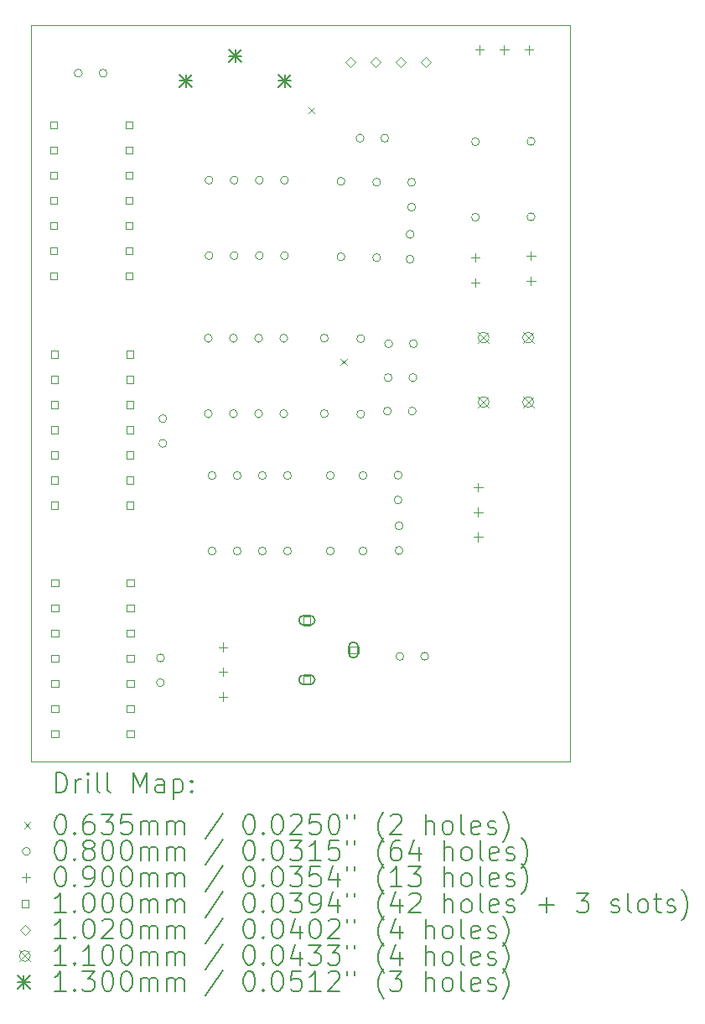
<source format=gbr>
%TF.GenerationSoftware,KiCad,Pcbnew,(6.0.9)*%
%TF.CreationDate,2022-12-19T18:13:20-06:00*%
%TF.ProjectId,clock_module,636c6f63-6b5f-46d6-9f64-756c652e6b69,rev?*%
%TF.SameCoordinates,Original*%
%TF.FileFunction,Drillmap*%
%TF.FilePolarity,Positive*%
%FSLAX45Y45*%
G04 Gerber Fmt 4.5, Leading zero omitted, Abs format (unit mm)*
G04 Created by KiCad (PCBNEW (6.0.9)) date 2022-12-19 18:13:20*
%MOMM*%
%LPD*%
G01*
G04 APERTURE LIST*
%ADD10C,0.100000*%
%ADD11C,0.200000*%
%ADD12C,0.063500*%
%ADD13C,0.080000*%
%ADD14C,0.090000*%
%ADD15C,0.102000*%
%ADD16C,0.110000*%
%ADD17C,0.130000*%
G04 APERTURE END LIST*
D10*
X17843500Y-14051280D02*
X12397740Y-14051280D01*
X12397740Y-14051280D02*
X12397740Y-6616700D01*
X12397740Y-6616700D02*
X17843500Y-6616700D01*
X17843500Y-6616700D02*
X17843500Y-14051280D01*
D11*
D12*
X15200630Y-7448550D02*
X15264130Y-7512050D01*
X15264130Y-7448550D02*
X15200630Y-7512050D01*
X15525750Y-9988550D02*
X15589250Y-10052050D01*
X15589250Y-9988550D02*
X15525750Y-10052050D01*
D13*
X12917260Y-7104380D02*
G75*
G03*
X12917260Y-7104380I-40000J0D01*
G01*
X13167260Y-7104380D02*
G75*
G03*
X13167260Y-7104380I-40000J0D01*
G01*
X13747249Y-13007209D02*
G75*
G03*
X13747249Y-13007209I-40000J0D01*
G01*
X13747249Y-13257209D02*
G75*
G03*
X13747249Y-13257209I-40000J0D01*
G01*
X13771240Y-10591260D02*
G75*
G03*
X13771240Y-10591260I-40000J0D01*
G01*
X13771240Y-10841260D02*
G75*
G03*
X13771240Y-10841260I-40000J0D01*
G01*
X14229980Y-9780000D02*
G75*
G03*
X14229980Y-9780000I-40000J0D01*
G01*
X14229980Y-10542000D02*
G75*
G03*
X14229980Y-10542000I-40000J0D01*
G01*
X14237600Y-8184880D02*
G75*
G03*
X14237600Y-8184880I-40000J0D01*
G01*
X14237600Y-8946880D02*
G75*
G03*
X14237600Y-8946880I-40000J0D01*
G01*
X14268080Y-11166840D02*
G75*
G03*
X14268080Y-11166840I-40000J0D01*
G01*
X14268080Y-11928840D02*
G75*
G03*
X14268080Y-11928840I-40000J0D01*
G01*
X14483980Y-9780000D02*
G75*
G03*
X14483980Y-9780000I-40000J0D01*
G01*
X14483980Y-10542000D02*
G75*
G03*
X14483980Y-10542000I-40000J0D01*
G01*
X14491600Y-8184880D02*
G75*
G03*
X14491600Y-8184880I-40000J0D01*
G01*
X14491600Y-8946880D02*
G75*
G03*
X14491600Y-8946880I-40000J0D01*
G01*
X14522080Y-11166840D02*
G75*
G03*
X14522080Y-11166840I-40000J0D01*
G01*
X14522080Y-11928840D02*
G75*
G03*
X14522080Y-11928840I-40000J0D01*
G01*
X14737980Y-9780000D02*
G75*
G03*
X14737980Y-9780000I-40000J0D01*
G01*
X14737980Y-10542000D02*
G75*
G03*
X14737980Y-10542000I-40000J0D01*
G01*
X14745600Y-8184880D02*
G75*
G03*
X14745600Y-8184880I-40000J0D01*
G01*
X14745600Y-8946880D02*
G75*
G03*
X14745600Y-8946880I-40000J0D01*
G01*
X14776080Y-11166840D02*
G75*
G03*
X14776080Y-11166840I-40000J0D01*
G01*
X14776080Y-11928840D02*
G75*
G03*
X14776080Y-11928840I-40000J0D01*
G01*
X14991980Y-9780000D02*
G75*
G03*
X14991980Y-9780000I-40000J0D01*
G01*
X14991980Y-10542000D02*
G75*
G03*
X14991980Y-10542000I-40000J0D01*
G01*
X14999600Y-8184880D02*
G75*
G03*
X14999600Y-8184880I-40000J0D01*
G01*
X14999600Y-8946880D02*
G75*
G03*
X14999600Y-8946880I-40000J0D01*
G01*
X15030080Y-11166840D02*
G75*
G03*
X15030080Y-11166840I-40000J0D01*
G01*
X15030080Y-11928840D02*
G75*
G03*
X15030080Y-11928840I-40000J0D01*
G01*
X15401920Y-9779000D02*
G75*
G03*
X15401920Y-9779000I-40000J0D01*
G01*
X15401920Y-10541000D02*
G75*
G03*
X15401920Y-10541000I-40000J0D01*
G01*
X15462880Y-11165840D02*
G75*
G03*
X15462880Y-11165840I-40000J0D01*
G01*
X15462880Y-11927840D02*
G75*
G03*
X15462880Y-11927840I-40000J0D01*
G01*
X15569560Y-8196580D02*
G75*
G03*
X15569560Y-8196580I-40000J0D01*
G01*
X15569560Y-8958580D02*
G75*
G03*
X15569560Y-8958580I-40000J0D01*
G01*
X15762600Y-7759700D02*
G75*
G03*
X15762600Y-7759700I-40000J0D01*
G01*
X15770220Y-9784080D02*
G75*
G03*
X15770220Y-9784080I-40000J0D01*
G01*
X15770220Y-10546080D02*
G75*
G03*
X15770220Y-10546080I-40000J0D01*
G01*
X15793080Y-11165840D02*
G75*
G03*
X15793080Y-11165840I-40000J0D01*
G01*
X15793080Y-11927840D02*
G75*
G03*
X15793080Y-11927840I-40000J0D01*
G01*
X15930240Y-8204200D02*
G75*
G03*
X15930240Y-8204200I-40000J0D01*
G01*
X15930240Y-8966200D02*
G75*
G03*
X15930240Y-8966200I-40000J0D01*
G01*
X16012600Y-7759700D02*
G75*
G03*
X16012600Y-7759700I-40000J0D01*
G01*
X16038920Y-10515600D02*
G75*
G03*
X16038920Y-10515600I-40000J0D01*
G01*
X16046540Y-10177780D02*
G75*
G03*
X16046540Y-10177780I-40000J0D01*
G01*
X16051620Y-9834880D02*
G75*
G03*
X16051620Y-9834880I-40000J0D01*
G01*
X16146140Y-11162760D02*
G75*
G03*
X16146140Y-11162760I-40000J0D01*
G01*
X16146140Y-11412760D02*
G75*
G03*
X16146140Y-11412760I-40000J0D01*
G01*
X16156300Y-11673300D02*
G75*
G03*
X16156300Y-11673300I-40000J0D01*
G01*
X16156300Y-11923300D02*
G75*
G03*
X16156300Y-11923300I-40000J0D01*
G01*
X16165380Y-12990969D02*
G75*
G03*
X16165380Y-12990969I-40000J0D01*
G01*
X16268060Y-8731440D02*
G75*
G03*
X16268060Y-8731440I-40000J0D01*
G01*
X16268060Y-8981440D02*
G75*
G03*
X16268060Y-8981440I-40000J0D01*
G01*
X16283300Y-8206200D02*
G75*
G03*
X16283300Y-8206200I-40000J0D01*
G01*
X16283300Y-8456200D02*
G75*
G03*
X16283300Y-8456200I-40000J0D01*
G01*
X16288920Y-10515600D02*
G75*
G03*
X16288920Y-10515600I-40000J0D01*
G01*
X16296540Y-10177780D02*
G75*
G03*
X16296540Y-10177780I-40000J0D01*
G01*
X16301620Y-9834880D02*
G75*
G03*
X16301620Y-9834880I-40000J0D01*
G01*
X16415380Y-12990969D02*
G75*
G03*
X16415380Y-12990969I-40000J0D01*
G01*
X16928460Y-7795260D02*
G75*
G03*
X16928460Y-7795260I-40000J0D01*
G01*
X16928460Y-8557260D02*
G75*
G03*
X16928460Y-8557260I-40000J0D01*
G01*
X17489800Y-7792720D02*
G75*
G03*
X17489800Y-7792720I-40000J0D01*
G01*
X17489800Y-8554720D02*
G75*
G03*
X17489800Y-8554720I-40000J0D01*
G01*
D14*
X14339709Y-12852749D02*
X14339709Y-12942749D01*
X14294709Y-12897749D02*
X14384709Y-12897749D01*
X14339709Y-13102749D02*
X14339709Y-13192749D01*
X14294709Y-13147749D02*
X14384709Y-13147749D01*
X14339709Y-13352749D02*
X14339709Y-13442749D01*
X14294709Y-13397749D02*
X14384709Y-13397749D01*
X16888460Y-8919160D02*
X16888460Y-9009160D01*
X16843460Y-8964160D02*
X16933460Y-8964160D01*
X16888460Y-9173160D02*
X16888460Y-9263160D01*
X16843460Y-9218160D02*
X16933460Y-9218160D01*
X16916400Y-11240600D02*
X16916400Y-11330600D01*
X16871400Y-11285600D02*
X16961400Y-11285600D01*
X16916400Y-11490600D02*
X16916400Y-11580600D01*
X16871400Y-11535600D02*
X16961400Y-11535600D01*
X16916400Y-11740600D02*
X16916400Y-11830600D01*
X16871400Y-11785600D02*
X16961400Y-11785600D01*
X16929100Y-6823160D02*
X16929100Y-6913160D01*
X16884100Y-6868160D02*
X16974100Y-6868160D01*
X17179100Y-6823160D02*
X17179100Y-6913160D01*
X17134100Y-6868160D02*
X17224100Y-6868160D01*
X17429100Y-6823160D02*
X17429100Y-6913160D01*
X17384100Y-6868160D02*
X17474100Y-6868160D01*
X17449800Y-8903920D02*
X17449800Y-8993920D01*
X17404800Y-8948920D02*
X17494800Y-8948920D01*
X17449800Y-9157920D02*
X17449800Y-9247920D01*
X17404800Y-9202920D02*
X17494800Y-9202920D01*
D10*
X12663176Y-7664436D02*
X12663176Y-7593724D01*
X12592464Y-7593724D01*
X12592464Y-7664436D01*
X12663176Y-7664436D01*
X12663176Y-7918436D02*
X12663176Y-7847724D01*
X12592464Y-7847724D01*
X12592464Y-7918436D01*
X12663176Y-7918436D01*
X12663176Y-8172436D02*
X12663176Y-8101724D01*
X12592464Y-8101724D01*
X12592464Y-8172436D01*
X12663176Y-8172436D01*
X12663176Y-8426436D02*
X12663176Y-8355724D01*
X12592464Y-8355724D01*
X12592464Y-8426436D01*
X12663176Y-8426436D01*
X12663176Y-8680436D02*
X12663176Y-8609724D01*
X12592464Y-8609724D01*
X12592464Y-8680436D01*
X12663176Y-8680436D01*
X12663176Y-8934436D02*
X12663176Y-8863724D01*
X12592464Y-8863724D01*
X12592464Y-8934436D01*
X12663176Y-8934436D01*
X12663176Y-9188436D02*
X12663176Y-9117724D01*
X12592464Y-9117724D01*
X12592464Y-9188436D01*
X12663176Y-9188436D01*
X12674396Y-9977376D02*
X12674396Y-9906664D01*
X12603684Y-9906664D01*
X12603684Y-9977376D01*
X12674396Y-9977376D01*
X12674396Y-10231376D02*
X12674396Y-10160664D01*
X12603684Y-10160664D01*
X12603684Y-10231376D01*
X12674396Y-10231376D01*
X12674396Y-10485376D02*
X12674396Y-10414664D01*
X12603684Y-10414664D01*
X12603684Y-10485376D01*
X12674396Y-10485376D01*
X12674396Y-10739376D02*
X12674396Y-10668664D01*
X12603684Y-10668664D01*
X12603684Y-10739376D01*
X12674396Y-10739376D01*
X12674396Y-10993376D02*
X12674396Y-10922664D01*
X12603684Y-10922664D01*
X12603684Y-10993376D01*
X12674396Y-10993376D01*
X12674396Y-11247376D02*
X12674396Y-11176664D01*
X12603684Y-11176664D01*
X12603684Y-11247376D01*
X12674396Y-11247376D01*
X12674396Y-11501376D02*
X12674396Y-11430664D01*
X12603684Y-11430664D01*
X12603684Y-11501376D01*
X12674396Y-11501376D01*
X12675804Y-12286724D02*
X12675804Y-12216013D01*
X12605093Y-12216013D01*
X12605093Y-12286724D01*
X12675804Y-12286724D01*
X12675804Y-12540724D02*
X12675804Y-12470013D01*
X12605093Y-12470013D01*
X12605093Y-12540724D01*
X12675804Y-12540724D01*
X12675804Y-12794724D02*
X12675804Y-12724013D01*
X12605093Y-12724013D01*
X12605093Y-12794724D01*
X12675804Y-12794724D01*
X12675804Y-13048724D02*
X12675804Y-12978013D01*
X12605093Y-12978013D01*
X12605093Y-13048724D01*
X12675804Y-13048724D01*
X12675804Y-13302724D02*
X12675804Y-13232013D01*
X12605093Y-13232013D01*
X12605093Y-13302724D01*
X12675804Y-13302724D01*
X12675804Y-13556724D02*
X12675804Y-13486013D01*
X12605093Y-13486013D01*
X12605093Y-13556724D01*
X12675804Y-13556724D01*
X12675804Y-13810724D02*
X12675804Y-13740013D01*
X12605093Y-13740013D01*
X12605093Y-13810724D01*
X12675804Y-13810724D01*
X13425176Y-7664436D02*
X13425176Y-7593724D01*
X13354464Y-7593724D01*
X13354464Y-7664436D01*
X13425176Y-7664436D01*
X13425176Y-7918436D02*
X13425176Y-7847724D01*
X13354464Y-7847724D01*
X13354464Y-7918436D01*
X13425176Y-7918436D01*
X13425176Y-8172436D02*
X13425176Y-8101724D01*
X13354464Y-8101724D01*
X13354464Y-8172436D01*
X13425176Y-8172436D01*
X13425176Y-8426436D02*
X13425176Y-8355724D01*
X13354464Y-8355724D01*
X13354464Y-8426436D01*
X13425176Y-8426436D01*
X13425176Y-8680436D02*
X13425176Y-8609724D01*
X13354464Y-8609724D01*
X13354464Y-8680436D01*
X13425176Y-8680436D01*
X13425176Y-8934436D02*
X13425176Y-8863724D01*
X13354464Y-8863724D01*
X13354464Y-8934436D01*
X13425176Y-8934436D01*
X13425176Y-9188436D02*
X13425176Y-9117724D01*
X13354464Y-9117724D01*
X13354464Y-9188436D01*
X13425176Y-9188436D01*
X13436396Y-9977376D02*
X13436396Y-9906664D01*
X13365684Y-9906664D01*
X13365684Y-9977376D01*
X13436396Y-9977376D01*
X13436396Y-10231376D02*
X13436396Y-10160664D01*
X13365684Y-10160664D01*
X13365684Y-10231376D01*
X13436396Y-10231376D01*
X13436396Y-10485376D02*
X13436396Y-10414664D01*
X13365684Y-10414664D01*
X13365684Y-10485376D01*
X13436396Y-10485376D01*
X13436396Y-10739376D02*
X13436396Y-10668664D01*
X13365684Y-10668664D01*
X13365684Y-10739376D01*
X13436396Y-10739376D01*
X13436396Y-10993376D02*
X13436396Y-10922664D01*
X13365684Y-10922664D01*
X13365684Y-10993376D01*
X13436396Y-10993376D01*
X13436396Y-11247376D02*
X13436396Y-11176664D01*
X13365684Y-11176664D01*
X13365684Y-11247376D01*
X13436396Y-11247376D01*
X13436396Y-11501376D02*
X13436396Y-11430664D01*
X13365684Y-11430664D01*
X13365684Y-11501376D01*
X13436396Y-11501376D01*
X13437804Y-12286724D02*
X13437804Y-12216013D01*
X13367093Y-12216013D01*
X13367093Y-12286724D01*
X13437804Y-12286724D01*
X13437804Y-12540724D02*
X13437804Y-12470013D01*
X13367093Y-12470013D01*
X13367093Y-12540724D01*
X13437804Y-12540724D01*
X13437804Y-12794724D02*
X13437804Y-12724013D01*
X13367093Y-12724013D01*
X13367093Y-12794724D01*
X13437804Y-12794724D01*
X13437804Y-13048724D02*
X13437804Y-12978013D01*
X13367093Y-12978013D01*
X13367093Y-13048724D01*
X13437804Y-13048724D01*
X13437804Y-13302724D02*
X13437804Y-13232013D01*
X13367093Y-13232013D01*
X13367093Y-13302724D01*
X13437804Y-13302724D01*
X13437804Y-13556724D02*
X13437804Y-13486013D01*
X13367093Y-13486013D01*
X13367093Y-13556724D01*
X13437804Y-13556724D01*
X13437804Y-13810724D02*
X13437804Y-13740013D01*
X13367093Y-13740013D01*
X13367093Y-13810724D01*
X13437804Y-13810724D01*
X15221764Y-12663104D02*
X15221764Y-12592393D01*
X15151053Y-12592393D01*
X15151053Y-12663104D01*
X15221764Y-12663104D01*
D11*
X15216409Y-12577749D02*
X15156409Y-12577749D01*
X15216409Y-12677749D02*
X15156409Y-12677749D01*
X15156409Y-12577749D02*
G75*
G03*
X15156409Y-12677749I0J-50000D01*
G01*
X15216409Y-12677749D02*
G75*
G03*
X15216409Y-12577749I0J50000D01*
G01*
D10*
X15221764Y-13263104D02*
X15221764Y-13192393D01*
X15151053Y-13192393D01*
X15151053Y-13263104D01*
X15221764Y-13263104D01*
D11*
X15216409Y-13177749D02*
X15156409Y-13177749D01*
X15216409Y-13277749D02*
X15156409Y-13277749D01*
X15156409Y-13177749D02*
G75*
G03*
X15156409Y-13277749I0J-50000D01*
G01*
X15216409Y-13277749D02*
G75*
G03*
X15216409Y-13177749I0J50000D01*
G01*
D10*
X15691764Y-12963104D02*
X15691764Y-12892393D01*
X15621053Y-12892393D01*
X15621053Y-12963104D01*
X15691764Y-12963104D01*
D11*
X15706409Y-12957749D02*
X15706409Y-12897749D01*
X15606409Y-12957749D02*
X15606409Y-12897749D01*
X15706409Y-12897749D02*
G75*
G03*
X15606409Y-12897749I-50000J0D01*
G01*
X15606409Y-12957749D02*
G75*
G03*
X15706409Y-12957749I50000J0D01*
G01*
D15*
X15623040Y-7041080D02*
X15674040Y-6990080D01*
X15623040Y-6939080D01*
X15572040Y-6990080D01*
X15623040Y-7041080D01*
X15877040Y-7041080D02*
X15928040Y-6990080D01*
X15877040Y-6939080D01*
X15826040Y-6990080D01*
X15877040Y-7041080D01*
X16131040Y-7041080D02*
X16182040Y-6990080D01*
X16131040Y-6939080D01*
X16080040Y-6990080D01*
X16131040Y-7041080D01*
X16385040Y-7041080D02*
X16436040Y-6990080D01*
X16385040Y-6939080D01*
X16334040Y-6990080D01*
X16385040Y-7041080D01*
D16*
X16915800Y-9719040D02*
X17025800Y-9829040D01*
X17025800Y-9719040D02*
X16915800Y-9829040D01*
X17025800Y-9774040D02*
G75*
G03*
X17025800Y-9774040I-55000J0D01*
G01*
X16915800Y-10369040D02*
X17025800Y-10479040D01*
X17025800Y-10369040D02*
X16915800Y-10479040D01*
X17025800Y-10424040D02*
G75*
G03*
X17025800Y-10424040I-55000J0D01*
G01*
X17365800Y-9719040D02*
X17475800Y-9829040D01*
X17475800Y-9719040D02*
X17365800Y-9829040D01*
X17475800Y-9774040D02*
G75*
G03*
X17475800Y-9774040I-55000J0D01*
G01*
X17365800Y-10369040D02*
X17475800Y-10479040D01*
X17475800Y-10369040D02*
X17365800Y-10479040D01*
X17475800Y-10424040D02*
G75*
G03*
X17475800Y-10424040I-55000J0D01*
G01*
D17*
X13897760Y-7115080D02*
X14027760Y-7245080D01*
X14027760Y-7115080D02*
X13897760Y-7245080D01*
X13962760Y-7115080D02*
X13962760Y-7245080D01*
X13897760Y-7180080D02*
X14027760Y-7180080D01*
X14397760Y-6865080D02*
X14527760Y-6995080D01*
X14527760Y-6865080D02*
X14397760Y-6995080D01*
X14462760Y-6865080D02*
X14462760Y-6995080D01*
X14397760Y-6930080D02*
X14527760Y-6930080D01*
X14897760Y-7115080D02*
X15027760Y-7245080D01*
X15027760Y-7115080D02*
X14897760Y-7245080D01*
X14962760Y-7115080D02*
X14962760Y-7245080D01*
X14897760Y-7180080D02*
X15027760Y-7180080D01*
D11*
X12650359Y-14366756D02*
X12650359Y-14166756D01*
X12697978Y-14166756D01*
X12726549Y-14176280D01*
X12745597Y-14195328D01*
X12755121Y-14214375D01*
X12764645Y-14252470D01*
X12764645Y-14281042D01*
X12755121Y-14319137D01*
X12745597Y-14338185D01*
X12726549Y-14357232D01*
X12697978Y-14366756D01*
X12650359Y-14366756D01*
X12850359Y-14366756D02*
X12850359Y-14233423D01*
X12850359Y-14271518D02*
X12859883Y-14252470D01*
X12869407Y-14242947D01*
X12888454Y-14233423D01*
X12907502Y-14233423D01*
X12974168Y-14366756D02*
X12974168Y-14233423D01*
X12974168Y-14166756D02*
X12964645Y-14176280D01*
X12974168Y-14185804D01*
X12983692Y-14176280D01*
X12974168Y-14166756D01*
X12974168Y-14185804D01*
X13097978Y-14366756D02*
X13078930Y-14357232D01*
X13069407Y-14338185D01*
X13069407Y-14166756D01*
X13202740Y-14366756D02*
X13183692Y-14357232D01*
X13174168Y-14338185D01*
X13174168Y-14166756D01*
X13431311Y-14366756D02*
X13431311Y-14166756D01*
X13497978Y-14309613D01*
X13564645Y-14166756D01*
X13564645Y-14366756D01*
X13745597Y-14366756D02*
X13745597Y-14261994D01*
X13736073Y-14242947D01*
X13717026Y-14233423D01*
X13678930Y-14233423D01*
X13659883Y-14242947D01*
X13745597Y-14357232D02*
X13726549Y-14366756D01*
X13678930Y-14366756D01*
X13659883Y-14357232D01*
X13650359Y-14338185D01*
X13650359Y-14319137D01*
X13659883Y-14300089D01*
X13678930Y-14290566D01*
X13726549Y-14290566D01*
X13745597Y-14281042D01*
X13840835Y-14233423D02*
X13840835Y-14433423D01*
X13840835Y-14242947D02*
X13859883Y-14233423D01*
X13897978Y-14233423D01*
X13917026Y-14242947D01*
X13926549Y-14252470D01*
X13936073Y-14271518D01*
X13936073Y-14328661D01*
X13926549Y-14347708D01*
X13917026Y-14357232D01*
X13897978Y-14366756D01*
X13859883Y-14366756D01*
X13840835Y-14357232D01*
X14021788Y-14347708D02*
X14031311Y-14357232D01*
X14021788Y-14366756D01*
X14012264Y-14357232D01*
X14021788Y-14347708D01*
X14021788Y-14366756D01*
X14021788Y-14242947D02*
X14031311Y-14252470D01*
X14021788Y-14261994D01*
X14012264Y-14252470D01*
X14021788Y-14242947D01*
X14021788Y-14261994D01*
D12*
X12329240Y-14664530D02*
X12392740Y-14728030D01*
X12392740Y-14664530D02*
X12329240Y-14728030D01*
D11*
X12688454Y-14586756D02*
X12707502Y-14586756D01*
X12726549Y-14596280D01*
X12736073Y-14605804D01*
X12745597Y-14624851D01*
X12755121Y-14662947D01*
X12755121Y-14710566D01*
X12745597Y-14748661D01*
X12736073Y-14767708D01*
X12726549Y-14777232D01*
X12707502Y-14786756D01*
X12688454Y-14786756D01*
X12669407Y-14777232D01*
X12659883Y-14767708D01*
X12650359Y-14748661D01*
X12640835Y-14710566D01*
X12640835Y-14662947D01*
X12650359Y-14624851D01*
X12659883Y-14605804D01*
X12669407Y-14596280D01*
X12688454Y-14586756D01*
X12840835Y-14767708D02*
X12850359Y-14777232D01*
X12840835Y-14786756D01*
X12831311Y-14777232D01*
X12840835Y-14767708D01*
X12840835Y-14786756D01*
X13021788Y-14586756D02*
X12983692Y-14586756D01*
X12964645Y-14596280D01*
X12955121Y-14605804D01*
X12936073Y-14634375D01*
X12926549Y-14672470D01*
X12926549Y-14748661D01*
X12936073Y-14767708D01*
X12945597Y-14777232D01*
X12964645Y-14786756D01*
X13002740Y-14786756D01*
X13021788Y-14777232D01*
X13031311Y-14767708D01*
X13040835Y-14748661D01*
X13040835Y-14701042D01*
X13031311Y-14681994D01*
X13021788Y-14672470D01*
X13002740Y-14662947D01*
X12964645Y-14662947D01*
X12945597Y-14672470D01*
X12936073Y-14681994D01*
X12926549Y-14701042D01*
X13107502Y-14586756D02*
X13231311Y-14586756D01*
X13164645Y-14662947D01*
X13193216Y-14662947D01*
X13212264Y-14672470D01*
X13221788Y-14681994D01*
X13231311Y-14701042D01*
X13231311Y-14748661D01*
X13221788Y-14767708D01*
X13212264Y-14777232D01*
X13193216Y-14786756D01*
X13136073Y-14786756D01*
X13117026Y-14777232D01*
X13107502Y-14767708D01*
X13412264Y-14586756D02*
X13317026Y-14586756D01*
X13307502Y-14681994D01*
X13317026Y-14672470D01*
X13336073Y-14662947D01*
X13383692Y-14662947D01*
X13402740Y-14672470D01*
X13412264Y-14681994D01*
X13421788Y-14701042D01*
X13421788Y-14748661D01*
X13412264Y-14767708D01*
X13402740Y-14777232D01*
X13383692Y-14786756D01*
X13336073Y-14786756D01*
X13317026Y-14777232D01*
X13307502Y-14767708D01*
X13507502Y-14786756D02*
X13507502Y-14653423D01*
X13507502Y-14672470D02*
X13517026Y-14662947D01*
X13536073Y-14653423D01*
X13564645Y-14653423D01*
X13583692Y-14662947D01*
X13593216Y-14681994D01*
X13593216Y-14786756D01*
X13593216Y-14681994D02*
X13602740Y-14662947D01*
X13621788Y-14653423D01*
X13650359Y-14653423D01*
X13669407Y-14662947D01*
X13678930Y-14681994D01*
X13678930Y-14786756D01*
X13774168Y-14786756D02*
X13774168Y-14653423D01*
X13774168Y-14672470D02*
X13783692Y-14662947D01*
X13802740Y-14653423D01*
X13831311Y-14653423D01*
X13850359Y-14662947D01*
X13859883Y-14681994D01*
X13859883Y-14786756D01*
X13859883Y-14681994D02*
X13869407Y-14662947D01*
X13888454Y-14653423D01*
X13917026Y-14653423D01*
X13936073Y-14662947D01*
X13945597Y-14681994D01*
X13945597Y-14786756D01*
X14336073Y-14577232D02*
X14164645Y-14834375D01*
X14593216Y-14586756D02*
X14612264Y-14586756D01*
X14631311Y-14596280D01*
X14640835Y-14605804D01*
X14650359Y-14624851D01*
X14659883Y-14662947D01*
X14659883Y-14710566D01*
X14650359Y-14748661D01*
X14640835Y-14767708D01*
X14631311Y-14777232D01*
X14612264Y-14786756D01*
X14593216Y-14786756D01*
X14574168Y-14777232D01*
X14564645Y-14767708D01*
X14555121Y-14748661D01*
X14545597Y-14710566D01*
X14545597Y-14662947D01*
X14555121Y-14624851D01*
X14564645Y-14605804D01*
X14574168Y-14596280D01*
X14593216Y-14586756D01*
X14745597Y-14767708D02*
X14755121Y-14777232D01*
X14745597Y-14786756D01*
X14736073Y-14777232D01*
X14745597Y-14767708D01*
X14745597Y-14786756D01*
X14878930Y-14586756D02*
X14897978Y-14586756D01*
X14917026Y-14596280D01*
X14926549Y-14605804D01*
X14936073Y-14624851D01*
X14945597Y-14662947D01*
X14945597Y-14710566D01*
X14936073Y-14748661D01*
X14926549Y-14767708D01*
X14917026Y-14777232D01*
X14897978Y-14786756D01*
X14878930Y-14786756D01*
X14859883Y-14777232D01*
X14850359Y-14767708D01*
X14840835Y-14748661D01*
X14831311Y-14710566D01*
X14831311Y-14662947D01*
X14840835Y-14624851D01*
X14850359Y-14605804D01*
X14859883Y-14596280D01*
X14878930Y-14586756D01*
X15021788Y-14605804D02*
X15031311Y-14596280D01*
X15050359Y-14586756D01*
X15097978Y-14586756D01*
X15117026Y-14596280D01*
X15126549Y-14605804D01*
X15136073Y-14624851D01*
X15136073Y-14643899D01*
X15126549Y-14672470D01*
X15012264Y-14786756D01*
X15136073Y-14786756D01*
X15317026Y-14586756D02*
X15221788Y-14586756D01*
X15212264Y-14681994D01*
X15221788Y-14672470D01*
X15240835Y-14662947D01*
X15288454Y-14662947D01*
X15307502Y-14672470D01*
X15317026Y-14681994D01*
X15326549Y-14701042D01*
X15326549Y-14748661D01*
X15317026Y-14767708D01*
X15307502Y-14777232D01*
X15288454Y-14786756D01*
X15240835Y-14786756D01*
X15221788Y-14777232D01*
X15212264Y-14767708D01*
X15450359Y-14586756D02*
X15469407Y-14586756D01*
X15488454Y-14596280D01*
X15497978Y-14605804D01*
X15507502Y-14624851D01*
X15517026Y-14662947D01*
X15517026Y-14710566D01*
X15507502Y-14748661D01*
X15497978Y-14767708D01*
X15488454Y-14777232D01*
X15469407Y-14786756D01*
X15450359Y-14786756D01*
X15431311Y-14777232D01*
X15421788Y-14767708D01*
X15412264Y-14748661D01*
X15402740Y-14710566D01*
X15402740Y-14662947D01*
X15412264Y-14624851D01*
X15421788Y-14605804D01*
X15431311Y-14596280D01*
X15450359Y-14586756D01*
X15593216Y-14586756D02*
X15593216Y-14624851D01*
X15669407Y-14586756D02*
X15669407Y-14624851D01*
X15964645Y-14862947D02*
X15955121Y-14853423D01*
X15936073Y-14824851D01*
X15926549Y-14805804D01*
X15917026Y-14777232D01*
X15907502Y-14729613D01*
X15907502Y-14691518D01*
X15917026Y-14643899D01*
X15926549Y-14615328D01*
X15936073Y-14596280D01*
X15955121Y-14567708D01*
X15964645Y-14558185D01*
X16031311Y-14605804D02*
X16040835Y-14596280D01*
X16059883Y-14586756D01*
X16107502Y-14586756D01*
X16126549Y-14596280D01*
X16136073Y-14605804D01*
X16145597Y-14624851D01*
X16145597Y-14643899D01*
X16136073Y-14672470D01*
X16021788Y-14786756D01*
X16145597Y-14786756D01*
X16383692Y-14786756D02*
X16383692Y-14586756D01*
X16469407Y-14786756D02*
X16469407Y-14681994D01*
X16459883Y-14662947D01*
X16440835Y-14653423D01*
X16412264Y-14653423D01*
X16393216Y-14662947D01*
X16383692Y-14672470D01*
X16593216Y-14786756D02*
X16574168Y-14777232D01*
X16564645Y-14767708D01*
X16555121Y-14748661D01*
X16555121Y-14691518D01*
X16564645Y-14672470D01*
X16574168Y-14662947D01*
X16593216Y-14653423D01*
X16621788Y-14653423D01*
X16640835Y-14662947D01*
X16650359Y-14672470D01*
X16659883Y-14691518D01*
X16659883Y-14748661D01*
X16650359Y-14767708D01*
X16640835Y-14777232D01*
X16621788Y-14786756D01*
X16593216Y-14786756D01*
X16774168Y-14786756D02*
X16755121Y-14777232D01*
X16745597Y-14758185D01*
X16745597Y-14586756D01*
X16926550Y-14777232D02*
X16907502Y-14786756D01*
X16869407Y-14786756D01*
X16850359Y-14777232D01*
X16840835Y-14758185D01*
X16840835Y-14681994D01*
X16850359Y-14662947D01*
X16869407Y-14653423D01*
X16907502Y-14653423D01*
X16926550Y-14662947D01*
X16936073Y-14681994D01*
X16936073Y-14701042D01*
X16840835Y-14720089D01*
X17012264Y-14777232D02*
X17031311Y-14786756D01*
X17069407Y-14786756D01*
X17088454Y-14777232D01*
X17097978Y-14758185D01*
X17097978Y-14748661D01*
X17088454Y-14729613D01*
X17069407Y-14720089D01*
X17040835Y-14720089D01*
X17021788Y-14710566D01*
X17012264Y-14691518D01*
X17012264Y-14681994D01*
X17021788Y-14662947D01*
X17040835Y-14653423D01*
X17069407Y-14653423D01*
X17088454Y-14662947D01*
X17164645Y-14862947D02*
X17174169Y-14853423D01*
X17193216Y-14824851D01*
X17202740Y-14805804D01*
X17212264Y-14777232D01*
X17221788Y-14729613D01*
X17221788Y-14691518D01*
X17212264Y-14643899D01*
X17202740Y-14615328D01*
X17193216Y-14596280D01*
X17174169Y-14567708D01*
X17164645Y-14558185D01*
D13*
X12392740Y-14960280D02*
G75*
G03*
X12392740Y-14960280I-40000J0D01*
G01*
D11*
X12688454Y-14850756D02*
X12707502Y-14850756D01*
X12726549Y-14860280D01*
X12736073Y-14869804D01*
X12745597Y-14888851D01*
X12755121Y-14926947D01*
X12755121Y-14974566D01*
X12745597Y-15012661D01*
X12736073Y-15031708D01*
X12726549Y-15041232D01*
X12707502Y-15050756D01*
X12688454Y-15050756D01*
X12669407Y-15041232D01*
X12659883Y-15031708D01*
X12650359Y-15012661D01*
X12640835Y-14974566D01*
X12640835Y-14926947D01*
X12650359Y-14888851D01*
X12659883Y-14869804D01*
X12669407Y-14860280D01*
X12688454Y-14850756D01*
X12840835Y-15031708D02*
X12850359Y-15041232D01*
X12840835Y-15050756D01*
X12831311Y-15041232D01*
X12840835Y-15031708D01*
X12840835Y-15050756D01*
X12964645Y-14936470D02*
X12945597Y-14926947D01*
X12936073Y-14917423D01*
X12926549Y-14898375D01*
X12926549Y-14888851D01*
X12936073Y-14869804D01*
X12945597Y-14860280D01*
X12964645Y-14850756D01*
X13002740Y-14850756D01*
X13021788Y-14860280D01*
X13031311Y-14869804D01*
X13040835Y-14888851D01*
X13040835Y-14898375D01*
X13031311Y-14917423D01*
X13021788Y-14926947D01*
X13002740Y-14936470D01*
X12964645Y-14936470D01*
X12945597Y-14945994D01*
X12936073Y-14955518D01*
X12926549Y-14974566D01*
X12926549Y-15012661D01*
X12936073Y-15031708D01*
X12945597Y-15041232D01*
X12964645Y-15050756D01*
X13002740Y-15050756D01*
X13021788Y-15041232D01*
X13031311Y-15031708D01*
X13040835Y-15012661D01*
X13040835Y-14974566D01*
X13031311Y-14955518D01*
X13021788Y-14945994D01*
X13002740Y-14936470D01*
X13164645Y-14850756D02*
X13183692Y-14850756D01*
X13202740Y-14860280D01*
X13212264Y-14869804D01*
X13221788Y-14888851D01*
X13231311Y-14926947D01*
X13231311Y-14974566D01*
X13221788Y-15012661D01*
X13212264Y-15031708D01*
X13202740Y-15041232D01*
X13183692Y-15050756D01*
X13164645Y-15050756D01*
X13145597Y-15041232D01*
X13136073Y-15031708D01*
X13126549Y-15012661D01*
X13117026Y-14974566D01*
X13117026Y-14926947D01*
X13126549Y-14888851D01*
X13136073Y-14869804D01*
X13145597Y-14860280D01*
X13164645Y-14850756D01*
X13355121Y-14850756D02*
X13374168Y-14850756D01*
X13393216Y-14860280D01*
X13402740Y-14869804D01*
X13412264Y-14888851D01*
X13421788Y-14926947D01*
X13421788Y-14974566D01*
X13412264Y-15012661D01*
X13402740Y-15031708D01*
X13393216Y-15041232D01*
X13374168Y-15050756D01*
X13355121Y-15050756D01*
X13336073Y-15041232D01*
X13326549Y-15031708D01*
X13317026Y-15012661D01*
X13307502Y-14974566D01*
X13307502Y-14926947D01*
X13317026Y-14888851D01*
X13326549Y-14869804D01*
X13336073Y-14860280D01*
X13355121Y-14850756D01*
X13507502Y-15050756D02*
X13507502Y-14917423D01*
X13507502Y-14936470D02*
X13517026Y-14926947D01*
X13536073Y-14917423D01*
X13564645Y-14917423D01*
X13583692Y-14926947D01*
X13593216Y-14945994D01*
X13593216Y-15050756D01*
X13593216Y-14945994D02*
X13602740Y-14926947D01*
X13621788Y-14917423D01*
X13650359Y-14917423D01*
X13669407Y-14926947D01*
X13678930Y-14945994D01*
X13678930Y-15050756D01*
X13774168Y-15050756D02*
X13774168Y-14917423D01*
X13774168Y-14936470D02*
X13783692Y-14926947D01*
X13802740Y-14917423D01*
X13831311Y-14917423D01*
X13850359Y-14926947D01*
X13859883Y-14945994D01*
X13859883Y-15050756D01*
X13859883Y-14945994D02*
X13869407Y-14926947D01*
X13888454Y-14917423D01*
X13917026Y-14917423D01*
X13936073Y-14926947D01*
X13945597Y-14945994D01*
X13945597Y-15050756D01*
X14336073Y-14841232D02*
X14164645Y-15098375D01*
X14593216Y-14850756D02*
X14612264Y-14850756D01*
X14631311Y-14860280D01*
X14640835Y-14869804D01*
X14650359Y-14888851D01*
X14659883Y-14926947D01*
X14659883Y-14974566D01*
X14650359Y-15012661D01*
X14640835Y-15031708D01*
X14631311Y-15041232D01*
X14612264Y-15050756D01*
X14593216Y-15050756D01*
X14574168Y-15041232D01*
X14564645Y-15031708D01*
X14555121Y-15012661D01*
X14545597Y-14974566D01*
X14545597Y-14926947D01*
X14555121Y-14888851D01*
X14564645Y-14869804D01*
X14574168Y-14860280D01*
X14593216Y-14850756D01*
X14745597Y-15031708D02*
X14755121Y-15041232D01*
X14745597Y-15050756D01*
X14736073Y-15041232D01*
X14745597Y-15031708D01*
X14745597Y-15050756D01*
X14878930Y-14850756D02*
X14897978Y-14850756D01*
X14917026Y-14860280D01*
X14926549Y-14869804D01*
X14936073Y-14888851D01*
X14945597Y-14926947D01*
X14945597Y-14974566D01*
X14936073Y-15012661D01*
X14926549Y-15031708D01*
X14917026Y-15041232D01*
X14897978Y-15050756D01*
X14878930Y-15050756D01*
X14859883Y-15041232D01*
X14850359Y-15031708D01*
X14840835Y-15012661D01*
X14831311Y-14974566D01*
X14831311Y-14926947D01*
X14840835Y-14888851D01*
X14850359Y-14869804D01*
X14859883Y-14860280D01*
X14878930Y-14850756D01*
X15012264Y-14850756D02*
X15136073Y-14850756D01*
X15069407Y-14926947D01*
X15097978Y-14926947D01*
X15117026Y-14936470D01*
X15126549Y-14945994D01*
X15136073Y-14965042D01*
X15136073Y-15012661D01*
X15126549Y-15031708D01*
X15117026Y-15041232D01*
X15097978Y-15050756D01*
X15040835Y-15050756D01*
X15021788Y-15041232D01*
X15012264Y-15031708D01*
X15326549Y-15050756D02*
X15212264Y-15050756D01*
X15269407Y-15050756D02*
X15269407Y-14850756D01*
X15250359Y-14879328D01*
X15231311Y-14898375D01*
X15212264Y-14907899D01*
X15507502Y-14850756D02*
X15412264Y-14850756D01*
X15402740Y-14945994D01*
X15412264Y-14936470D01*
X15431311Y-14926947D01*
X15478930Y-14926947D01*
X15497978Y-14936470D01*
X15507502Y-14945994D01*
X15517026Y-14965042D01*
X15517026Y-15012661D01*
X15507502Y-15031708D01*
X15497978Y-15041232D01*
X15478930Y-15050756D01*
X15431311Y-15050756D01*
X15412264Y-15041232D01*
X15402740Y-15031708D01*
X15593216Y-14850756D02*
X15593216Y-14888851D01*
X15669407Y-14850756D02*
X15669407Y-14888851D01*
X15964645Y-15126947D02*
X15955121Y-15117423D01*
X15936073Y-15088851D01*
X15926549Y-15069804D01*
X15917026Y-15041232D01*
X15907502Y-14993613D01*
X15907502Y-14955518D01*
X15917026Y-14907899D01*
X15926549Y-14879328D01*
X15936073Y-14860280D01*
X15955121Y-14831708D01*
X15964645Y-14822185D01*
X16126549Y-14850756D02*
X16088454Y-14850756D01*
X16069407Y-14860280D01*
X16059883Y-14869804D01*
X16040835Y-14898375D01*
X16031311Y-14936470D01*
X16031311Y-15012661D01*
X16040835Y-15031708D01*
X16050359Y-15041232D01*
X16069407Y-15050756D01*
X16107502Y-15050756D01*
X16126549Y-15041232D01*
X16136073Y-15031708D01*
X16145597Y-15012661D01*
X16145597Y-14965042D01*
X16136073Y-14945994D01*
X16126549Y-14936470D01*
X16107502Y-14926947D01*
X16069407Y-14926947D01*
X16050359Y-14936470D01*
X16040835Y-14945994D01*
X16031311Y-14965042D01*
X16317026Y-14917423D02*
X16317026Y-15050756D01*
X16269407Y-14841232D02*
X16221788Y-14984089D01*
X16345597Y-14984089D01*
X16574168Y-15050756D02*
X16574168Y-14850756D01*
X16659883Y-15050756D02*
X16659883Y-14945994D01*
X16650359Y-14926947D01*
X16631311Y-14917423D01*
X16602740Y-14917423D01*
X16583692Y-14926947D01*
X16574168Y-14936470D01*
X16783692Y-15050756D02*
X16764645Y-15041232D01*
X16755121Y-15031708D01*
X16745597Y-15012661D01*
X16745597Y-14955518D01*
X16755121Y-14936470D01*
X16764645Y-14926947D01*
X16783692Y-14917423D01*
X16812264Y-14917423D01*
X16831311Y-14926947D01*
X16840835Y-14936470D01*
X16850359Y-14955518D01*
X16850359Y-15012661D01*
X16840835Y-15031708D01*
X16831311Y-15041232D01*
X16812264Y-15050756D01*
X16783692Y-15050756D01*
X16964645Y-15050756D02*
X16945597Y-15041232D01*
X16936073Y-15022185D01*
X16936073Y-14850756D01*
X17117026Y-15041232D02*
X17097978Y-15050756D01*
X17059883Y-15050756D01*
X17040835Y-15041232D01*
X17031311Y-15022185D01*
X17031311Y-14945994D01*
X17040835Y-14926947D01*
X17059883Y-14917423D01*
X17097978Y-14917423D01*
X17117026Y-14926947D01*
X17126550Y-14945994D01*
X17126550Y-14965042D01*
X17031311Y-14984089D01*
X17202740Y-15041232D02*
X17221788Y-15050756D01*
X17259883Y-15050756D01*
X17278930Y-15041232D01*
X17288454Y-15022185D01*
X17288454Y-15012661D01*
X17278930Y-14993613D01*
X17259883Y-14984089D01*
X17231311Y-14984089D01*
X17212264Y-14974566D01*
X17202740Y-14955518D01*
X17202740Y-14945994D01*
X17212264Y-14926947D01*
X17231311Y-14917423D01*
X17259883Y-14917423D01*
X17278930Y-14926947D01*
X17355121Y-15126947D02*
X17364645Y-15117423D01*
X17383692Y-15088851D01*
X17393216Y-15069804D01*
X17402740Y-15041232D01*
X17412264Y-14993613D01*
X17412264Y-14955518D01*
X17402740Y-14907899D01*
X17393216Y-14879328D01*
X17383692Y-14860280D01*
X17364645Y-14831708D01*
X17355121Y-14822185D01*
D14*
X12347740Y-15179280D02*
X12347740Y-15269280D01*
X12302740Y-15224280D02*
X12392740Y-15224280D01*
D11*
X12688454Y-15114756D02*
X12707502Y-15114756D01*
X12726549Y-15124280D01*
X12736073Y-15133804D01*
X12745597Y-15152851D01*
X12755121Y-15190947D01*
X12755121Y-15238566D01*
X12745597Y-15276661D01*
X12736073Y-15295708D01*
X12726549Y-15305232D01*
X12707502Y-15314756D01*
X12688454Y-15314756D01*
X12669407Y-15305232D01*
X12659883Y-15295708D01*
X12650359Y-15276661D01*
X12640835Y-15238566D01*
X12640835Y-15190947D01*
X12650359Y-15152851D01*
X12659883Y-15133804D01*
X12669407Y-15124280D01*
X12688454Y-15114756D01*
X12840835Y-15295708D02*
X12850359Y-15305232D01*
X12840835Y-15314756D01*
X12831311Y-15305232D01*
X12840835Y-15295708D01*
X12840835Y-15314756D01*
X12945597Y-15314756D02*
X12983692Y-15314756D01*
X13002740Y-15305232D01*
X13012264Y-15295708D01*
X13031311Y-15267137D01*
X13040835Y-15229042D01*
X13040835Y-15152851D01*
X13031311Y-15133804D01*
X13021788Y-15124280D01*
X13002740Y-15114756D01*
X12964645Y-15114756D01*
X12945597Y-15124280D01*
X12936073Y-15133804D01*
X12926549Y-15152851D01*
X12926549Y-15200470D01*
X12936073Y-15219518D01*
X12945597Y-15229042D01*
X12964645Y-15238566D01*
X13002740Y-15238566D01*
X13021788Y-15229042D01*
X13031311Y-15219518D01*
X13040835Y-15200470D01*
X13164645Y-15114756D02*
X13183692Y-15114756D01*
X13202740Y-15124280D01*
X13212264Y-15133804D01*
X13221788Y-15152851D01*
X13231311Y-15190947D01*
X13231311Y-15238566D01*
X13221788Y-15276661D01*
X13212264Y-15295708D01*
X13202740Y-15305232D01*
X13183692Y-15314756D01*
X13164645Y-15314756D01*
X13145597Y-15305232D01*
X13136073Y-15295708D01*
X13126549Y-15276661D01*
X13117026Y-15238566D01*
X13117026Y-15190947D01*
X13126549Y-15152851D01*
X13136073Y-15133804D01*
X13145597Y-15124280D01*
X13164645Y-15114756D01*
X13355121Y-15114756D02*
X13374168Y-15114756D01*
X13393216Y-15124280D01*
X13402740Y-15133804D01*
X13412264Y-15152851D01*
X13421788Y-15190947D01*
X13421788Y-15238566D01*
X13412264Y-15276661D01*
X13402740Y-15295708D01*
X13393216Y-15305232D01*
X13374168Y-15314756D01*
X13355121Y-15314756D01*
X13336073Y-15305232D01*
X13326549Y-15295708D01*
X13317026Y-15276661D01*
X13307502Y-15238566D01*
X13307502Y-15190947D01*
X13317026Y-15152851D01*
X13326549Y-15133804D01*
X13336073Y-15124280D01*
X13355121Y-15114756D01*
X13507502Y-15314756D02*
X13507502Y-15181423D01*
X13507502Y-15200470D02*
X13517026Y-15190947D01*
X13536073Y-15181423D01*
X13564645Y-15181423D01*
X13583692Y-15190947D01*
X13593216Y-15209994D01*
X13593216Y-15314756D01*
X13593216Y-15209994D02*
X13602740Y-15190947D01*
X13621788Y-15181423D01*
X13650359Y-15181423D01*
X13669407Y-15190947D01*
X13678930Y-15209994D01*
X13678930Y-15314756D01*
X13774168Y-15314756D02*
X13774168Y-15181423D01*
X13774168Y-15200470D02*
X13783692Y-15190947D01*
X13802740Y-15181423D01*
X13831311Y-15181423D01*
X13850359Y-15190947D01*
X13859883Y-15209994D01*
X13859883Y-15314756D01*
X13859883Y-15209994D02*
X13869407Y-15190947D01*
X13888454Y-15181423D01*
X13917026Y-15181423D01*
X13936073Y-15190947D01*
X13945597Y-15209994D01*
X13945597Y-15314756D01*
X14336073Y-15105232D02*
X14164645Y-15362375D01*
X14593216Y-15114756D02*
X14612264Y-15114756D01*
X14631311Y-15124280D01*
X14640835Y-15133804D01*
X14650359Y-15152851D01*
X14659883Y-15190947D01*
X14659883Y-15238566D01*
X14650359Y-15276661D01*
X14640835Y-15295708D01*
X14631311Y-15305232D01*
X14612264Y-15314756D01*
X14593216Y-15314756D01*
X14574168Y-15305232D01*
X14564645Y-15295708D01*
X14555121Y-15276661D01*
X14545597Y-15238566D01*
X14545597Y-15190947D01*
X14555121Y-15152851D01*
X14564645Y-15133804D01*
X14574168Y-15124280D01*
X14593216Y-15114756D01*
X14745597Y-15295708D02*
X14755121Y-15305232D01*
X14745597Y-15314756D01*
X14736073Y-15305232D01*
X14745597Y-15295708D01*
X14745597Y-15314756D01*
X14878930Y-15114756D02*
X14897978Y-15114756D01*
X14917026Y-15124280D01*
X14926549Y-15133804D01*
X14936073Y-15152851D01*
X14945597Y-15190947D01*
X14945597Y-15238566D01*
X14936073Y-15276661D01*
X14926549Y-15295708D01*
X14917026Y-15305232D01*
X14897978Y-15314756D01*
X14878930Y-15314756D01*
X14859883Y-15305232D01*
X14850359Y-15295708D01*
X14840835Y-15276661D01*
X14831311Y-15238566D01*
X14831311Y-15190947D01*
X14840835Y-15152851D01*
X14850359Y-15133804D01*
X14859883Y-15124280D01*
X14878930Y-15114756D01*
X15012264Y-15114756D02*
X15136073Y-15114756D01*
X15069407Y-15190947D01*
X15097978Y-15190947D01*
X15117026Y-15200470D01*
X15126549Y-15209994D01*
X15136073Y-15229042D01*
X15136073Y-15276661D01*
X15126549Y-15295708D01*
X15117026Y-15305232D01*
X15097978Y-15314756D01*
X15040835Y-15314756D01*
X15021788Y-15305232D01*
X15012264Y-15295708D01*
X15317026Y-15114756D02*
X15221788Y-15114756D01*
X15212264Y-15209994D01*
X15221788Y-15200470D01*
X15240835Y-15190947D01*
X15288454Y-15190947D01*
X15307502Y-15200470D01*
X15317026Y-15209994D01*
X15326549Y-15229042D01*
X15326549Y-15276661D01*
X15317026Y-15295708D01*
X15307502Y-15305232D01*
X15288454Y-15314756D01*
X15240835Y-15314756D01*
X15221788Y-15305232D01*
X15212264Y-15295708D01*
X15497978Y-15181423D02*
X15497978Y-15314756D01*
X15450359Y-15105232D02*
X15402740Y-15248089D01*
X15526549Y-15248089D01*
X15593216Y-15114756D02*
X15593216Y-15152851D01*
X15669407Y-15114756D02*
X15669407Y-15152851D01*
X15964645Y-15390947D02*
X15955121Y-15381423D01*
X15936073Y-15352851D01*
X15926549Y-15333804D01*
X15917026Y-15305232D01*
X15907502Y-15257613D01*
X15907502Y-15219518D01*
X15917026Y-15171899D01*
X15926549Y-15143328D01*
X15936073Y-15124280D01*
X15955121Y-15095708D01*
X15964645Y-15086185D01*
X16145597Y-15314756D02*
X16031311Y-15314756D01*
X16088454Y-15314756D02*
X16088454Y-15114756D01*
X16069407Y-15143328D01*
X16050359Y-15162375D01*
X16031311Y-15171899D01*
X16212264Y-15114756D02*
X16336073Y-15114756D01*
X16269407Y-15190947D01*
X16297978Y-15190947D01*
X16317026Y-15200470D01*
X16326549Y-15209994D01*
X16336073Y-15229042D01*
X16336073Y-15276661D01*
X16326549Y-15295708D01*
X16317026Y-15305232D01*
X16297978Y-15314756D01*
X16240835Y-15314756D01*
X16221788Y-15305232D01*
X16212264Y-15295708D01*
X16574168Y-15314756D02*
X16574168Y-15114756D01*
X16659883Y-15314756D02*
X16659883Y-15209994D01*
X16650359Y-15190947D01*
X16631311Y-15181423D01*
X16602740Y-15181423D01*
X16583692Y-15190947D01*
X16574168Y-15200470D01*
X16783692Y-15314756D02*
X16764645Y-15305232D01*
X16755121Y-15295708D01*
X16745597Y-15276661D01*
X16745597Y-15219518D01*
X16755121Y-15200470D01*
X16764645Y-15190947D01*
X16783692Y-15181423D01*
X16812264Y-15181423D01*
X16831311Y-15190947D01*
X16840835Y-15200470D01*
X16850359Y-15219518D01*
X16850359Y-15276661D01*
X16840835Y-15295708D01*
X16831311Y-15305232D01*
X16812264Y-15314756D01*
X16783692Y-15314756D01*
X16964645Y-15314756D02*
X16945597Y-15305232D01*
X16936073Y-15286185D01*
X16936073Y-15114756D01*
X17117026Y-15305232D02*
X17097978Y-15314756D01*
X17059883Y-15314756D01*
X17040835Y-15305232D01*
X17031311Y-15286185D01*
X17031311Y-15209994D01*
X17040835Y-15190947D01*
X17059883Y-15181423D01*
X17097978Y-15181423D01*
X17117026Y-15190947D01*
X17126550Y-15209994D01*
X17126550Y-15229042D01*
X17031311Y-15248089D01*
X17202740Y-15305232D02*
X17221788Y-15314756D01*
X17259883Y-15314756D01*
X17278930Y-15305232D01*
X17288454Y-15286185D01*
X17288454Y-15276661D01*
X17278930Y-15257613D01*
X17259883Y-15248089D01*
X17231311Y-15248089D01*
X17212264Y-15238566D01*
X17202740Y-15219518D01*
X17202740Y-15209994D01*
X17212264Y-15190947D01*
X17231311Y-15181423D01*
X17259883Y-15181423D01*
X17278930Y-15190947D01*
X17355121Y-15390947D02*
X17364645Y-15381423D01*
X17383692Y-15352851D01*
X17393216Y-15333804D01*
X17402740Y-15305232D01*
X17412264Y-15257613D01*
X17412264Y-15219518D01*
X17402740Y-15171899D01*
X17393216Y-15143328D01*
X17383692Y-15124280D01*
X17364645Y-15095708D01*
X17355121Y-15086185D01*
D10*
X12378096Y-15523636D02*
X12378096Y-15452924D01*
X12307384Y-15452924D01*
X12307384Y-15523636D01*
X12378096Y-15523636D01*
D11*
X12755121Y-15578756D02*
X12640835Y-15578756D01*
X12697978Y-15578756D02*
X12697978Y-15378756D01*
X12678930Y-15407328D01*
X12659883Y-15426375D01*
X12640835Y-15435899D01*
X12840835Y-15559708D02*
X12850359Y-15569232D01*
X12840835Y-15578756D01*
X12831311Y-15569232D01*
X12840835Y-15559708D01*
X12840835Y-15578756D01*
X12974168Y-15378756D02*
X12993216Y-15378756D01*
X13012264Y-15388280D01*
X13021788Y-15397804D01*
X13031311Y-15416851D01*
X13040835Y-15454947D01*
X13040835Y-15502566D01*
X13031311Y-15540661D01*
X13021788Y-15559708D01*
X13012264Y-15569232D01*
X12993216Y-15578756D01*
X12974168Y-15578756D01*
X12955121Y-15569232D01*
X12945597Y-15559708D01*
X12936073Y-15540661D01*
X12926549Y-15502566D01*
X12926549Y-15454947D01*
X12936073Y-15416851D01*
X12945597Y-15397804D01*
X12955121Y-15388280D01*
X12974168Y-15378756D01*
X13164645Y-15378756D02*
X13183692Y-15378756D01*
X13202740Y-15388280D01*
X13212264Y-15397804D01*
X13221788Y-15416851D01*
X13231311Y-15454947D01*
X13231311Y-15502566D01*
X13221788Y-15540661D01*
X13212264Y-15559708D01*
X13202740Y-15569232D01*
X13183692Y-15578756D01*
X13164645Y-15578756D01*
X13145597Y-15569232D01*
X13136073Y-15559708D01*
X13126549Y-15540661D01*
X13117026Y-15502566D01*
X13117026Y-15454947D01*
X13126549Y-15416851D01*
X13136073Y-15397804D01*
X13145597Y-15388280D01*
X13164645Y-15378756D01*
X13355121Y-15378756D02*
X13374168Y-15378756D01*
X13393216Y-15388280D01*
X13402740Y-15397804D01*
X13412264Y-15416851D01*
X13421788Y-15454947D01*
X13421788Y-15502566D01*
X13412264Y-15540661D01*
X13402740Y-15559708D01*
X13393216Y-15569232D01*
X13374168Y-15578756D01*
X13355121Y-15578756D01*
X13336073Y-15569232D01*
X13326549Y-15559708D01*
X13317026Y-15540661D01*
X13307502Y-15502566D01*
X13307502Y-15454947D01*
X13317026Y-15416851D01*
X13326549Y-15397804D01*
X13336073Y-15388280D01*
X13355121Y-15378756D01*
X13507502Y-15578756D02*
X13507502Y-15445423D01*
X13507502Y-15464470D02*
X13517026Y-15454947D01*
X13536073Y-15445423D01*
X13564645Y-15445423D01*
X13583692Y-15454947D01*
X13593216Y-15473994D01*
X13593216Y-15578756D01*
X13593216Y-15473994D02*
X13602740Y-15454947D01*
X13621788Y-15445423D01*
X13650359Y-15445423D01*
X13669407Y-15454947D01*
X13678930Y-15473994D01*
X13678930Y-15578756D01*
X13774168Y-15578756D02*
X13774168Y-15445423D01*
X13774168Y-15464470D02*
X13783692Y-15454947D01*
X13802740Y-15445423D01*
X13831311Y-15445423D01*
X13850359Y-15454947D01*
X13859883Y-15473994D01*
X13859883Y-15578756D01*
X13859883Y-15473994D02*
X13869407Y-15454947D01*
X13888454Y-15445423D01*
X13917026Y-15445423D01*
X13936073Y-15454947D01*
X13945597Y-15473994D01*
X13945597Y-15578756D01*
X14336073Y-15369232D02*
X14164645Y-15626375D01*
X14593216Y-15378756D02*
X14612264Y-15378756D01*
X14631311Y-15388280D01*
X14640835Y-15397804D01*
X14650359Y-15416851D01*
X14659883Y-15454947D01*
X14659883Y-15502566D01*
X14650359Y-15540661D01*
X14640835Y-15559708D01*
X14631311Y-15569232D01*
X14612264Y-15578756D01*
X14593216Y-15578756D01*
X14574168Y-15569232D01*
X14564645Y-15559708D01*
X14555121Y-15540661D01*
X14545597Y-15502566D01*
X14545597Y-15454947D01*
X14555121Y-15416851D01*
X14564645Y-15397804D01*
X14574168Y-15388280D01*
X14593216Y-15378756D01*
X14745597Y-15559708D02*
X14755121Y-15569232D01*
X14745597Y-15578756D01*
X14736073Y-15569232D01*
X14745597Y-15559708D01*
X14745597Y-15578756D01*
X14878930Y-15378756D02*
X14897978Y-15378756D01*
X14917026Y-15388280D01*
X14926549Y-15397804D01*
X14936073Y-15416851D01*
X14945597Y-15454947D01*
X14945597Y-15502566D01*
X14936073Y-15540661D01*
X14926549Y-15559708D01*
X14917026Y-15569232D01*
X14897978Y-15578756D01*
X14878930Y-15578756D01*
X14859883Y-15569232D01*
X14850359Y-15559708D01*
X14840835Y-15540661D01*
X14831311Y-15502566D01*
X14831311Y-15454947D01*
X14840835Y-15416851D01*
X14850359Y-15397804D01*
X14859883Y-15388280D01*
X14878930Y-15378756D01*
X15012264Y-15378756D02*
X15136073Y-15378756D01*
X15069407Y-15454947D01*
X15097978Y-15454947D01*
X15117026Y-15464470D01*
X15126549Y-15473994D01*
X15136073Y-15493042D01*
X15136073Y-15540661D01*
X15126549Y-15559708D01*
X15117026Y-15569232D01*
X15097978Y-15578756D01*
X15040835Y-15578756D01*
X15021788Y-15569232D01*
X15012264Y-15559708D01*
X15231311Y-15578756D02*
X15269407Y-15578756D01*
X15288454Y-15569232D01*
X15297978Y-15559708D01*
X15317026Y-15531137D01*
X15326549Y-15493042D01*
X15326549Y-15416851D01*
X15317026Y-15397804D01*
X15307502Y-15388280D01*
X15288454Y-15378756D01*
X15250359Y-15378756D01*
X15231311Y-15388280D01*
X15221788Y-15397804D01*
X15212264Y-15416851D01*
X15212264Y-15464470D01*
X15221788Y-15483518D01*
X15231311Y-15493042D01*
X15250359Y-15502566D01*
X15288454Y-15502566D01*
X15307502Y-15493042D01*
X15317026Y-15483518D01*
X15326549Y-15464470D01*
X15497978Y-15445423D02*
X15497978Y-15578756D01*
X15450359Y-15369232D02*
X15402740Y-15512089D01*
X15526549Y-15512089D01*
X15593216Y-15378756D02*
X15593216Y-15416851D01*
X15669407Y-15378756D02*
X15669407Y-15416851D01*
X15964645Y-15654947D02*
X15955121Y-15645423D01*
X15936073Y-15616851D01*
X15926549Y-15597804D01*
X15917026Y-15569232D01*
X15907502Y-15521613D01*
X15907502Y-15483518D01*
X15917026Y-15435899D01*
X15926549Y-15407328D01*
X15936073Y-15388280D01*
X15955121Y-15359708D01*
X15964645Y-15350185D01*
X16126549Y-15445423D02*
X16126549Y-15578756D01*
X16078930Y-15369232D02*
X16031311Y-15512089D01*
X16155121Y-15512089D01*
X16221788Y-15397804D02*
X16231311Y-15388280D01*
X16250359Y-15378756D01*
X16297978Y-15378756D01*
X16317026Y-15388280D01*
X16326549Y-15397804D01*
X16336073Y-15416851D01*
X16336073Y-15435899D01*
X16326549Y-15464470D01*
X16212264Y-15578756D01*
X16336073Y-15578756D01*
X16574168Y-15578756D02*
X16574168Y-15378756D01*
X16659883Y-15578756D02*
X16659883Y-15473994D01*
X16650359Y-15454947D01*
X16631311Y-15445423D01*
X16602740Y-15445423D01*
X16583692Y-15454947D01*
X16574168Y-15464470D01*
X16783692Y-15578756D02*
X16764645Y-15569232D01*
X16755121Y-15559708D01*
X16745597Y-15540661D01*
X16745597Y-15483518D01*
X16755121Y-15464470D01*
X16764645Y-15454947D01*
X16783692Y-15445423D01*
X16812264Y-15445423D01*
X16831311Y-15454947D01*
X16840835Y-15464470D01*
X16850359Y-15483518D01*
X16850359Y-15540661D01*
X16840835Y-15559708D01*
X16831311Y-15569232D01*
X16812264Y-15578756D01*
X16783692Y-15578756D01*
X16964645Y-15578756D02*
X16945597Y-15569232D01*
X16936073Y-15550185D01*
X16936073Y-15378756D01*
X17117026Y-15569232D02*
X17097978Y-15578756D01*
X17059883Y-15578756D01*
X17040835Y-15569232D01*
X17031311Y-15550185D01*
X17031311Y-15473994D01*
X17040835Y-15454947D01*
X17059883Y-15445423D01*
X17097978Y-15445423D01*
X17117026Y-15454947D01*
X17126550Y-15473994D01*
X17126550Y-15493042D01*
X17031311Y-15512089D01*
X17202740Y-15569232D02*
X17221788Y-15578756D01*
X17259883Y-15578756D01*
X17278930Y-15569232D01*
X17288454Y-15550185D01*
X17288454Y-15540661D01*
X17278930Y-15521613D01*
X17259883Y-15512089D01*
X17231311Y-15512089D01*
X17212264Y-15502566D01*
X17202740Y-15483518D01*
X17202740Y-15473994D01*
X17212264Y-15454947D01*
X17231311Y-15445423D01*
X17259883Y-15445423D01*
X17278930Y-15454947D01*
X17526550Y-15502566D02*
X17678930Y-15502566D01*
X17602740Y-15578756D02*
X17602740Y-15426375D01*
X17907502Y-15378756D02*
X18031311Y-15378756D01*
X17964645Y-15454947D01*
X17993216Y-15454947D01*
X18012264Y-15464470D01*
X18021788Y-15473994D01*
X18031311Y-15493042D01*
X18031311Y-15540661D01*
X18021788Y-15559708D01*
X18012264Y-15569232D01*
X17993216Y-15578756D01*
X17936073Y-15578756D01*
X17917026Y-15569232D01*
X17907502Y-15559708D01*
X18259883Y-15569232D02*
X18278930Y-15578756D01*
X18317026Y-15578756D01*
X18336073Y-15569232D01*
X18345597Y-15550185D01*
X18345597Y-15540661D01*
X18336073Y-15521613D01*
X18317026Y-15512089D01*
X18288454Y-15512089D01*
X18269407Y-15502566D01*
X18259883Y-15483518D01*
X18259883Y-15473994D01*
X18269407Y-15454947D01*
X18288454Y-15445423D01*
X18317026Y-15445423D01*
X18336073Y-15454947D01*
X18459883Y-15578756D02*
X18440835Y-15569232D01*
X18431311Y-15550185D01*
X18431311Y-15378756D01*
X18564645Y-15578756D02*
X18545597Y-15569232D01*
X18536073Y-15559708D01*
X18526550Y-15540661D01*
X18526550Y-15483518D01*
X18536073Y-15464470D01*
X18545597Y-15454947D01*
X18564645Y-15445423D01*
X18593216Y-15445423D01*
X18612264Y-15454947D01*
X18621788Y-15464470D01*
X18631311Y-15483518D01*
X18631311Y-15540661D01*
X18621788Y-15559708D01*
X18612264Y-15569232D01*
X18593216Y-15578756D01*
X18564645Y-15578756D01*
X18688454Y-15445423D02*
X18764645Y-15445423D01*
X18717026Y-15378756D02*
X18717026Y-15550185D01*
X18726550Y-15569232D01*
X18745597Y-15578756D01*
X18764645Y-15578756D01*
X18821788Y-15569232D02*
X18840835Y-15578756D01*
X18878930Y-15578756D01*
X18897978Y-15569232D01*
X18907502Y-15550185D01*
X18907502Y-15540661D01*
X18897978Y-15521613D01*
X18878930Y-15512089D01*
X18850359Y-15512089D01*
X18831311Y-15502566D01*
X18821788Y-15483518D01*
X18821788Y-15473994D01*
X18831311Y-15454947D01*
X18850359Y-15445423D01*
X18878930Y-15445423D01*
X18897978Y-15454947D01*
X18974169Y-15654947D02*
X18983692Y-15645423D01*
X19002740Y-15616851D01*
X19012264Y-15597804D01*
X19021788Y-15569232D01*
X19031311Y-15521613D01*
X19031311Y-15483518D01*
X19021788Y-15435899D01*
X19012264Y-15407328D01*
X19002740Y-15388280D01*
X18983692Y-15359708D01*
X18974169Y-15350185D01*
D15*
X12341740Y-15803280D02*
X12392740Y-15752280D01*
X12341740Y-15701280D01*
X12290740Y-15752280D01*
X12341740Y-15803280D01*
D11*
X12755121Y-15842756D02*
X12640835Y-15842756D01*
X12697978Y-15842756D02*
X12697978Y-15642756D01*
X12678930Y-15671328D01*
X12659883Y-15690375D01*
X12640835Y-15699899D01*
X12840835Y-15823708D02*
X12850359Y-15833232D01*
X12840835Y-15842756D01*
X12831311Y-15833232D01*
X12840835Y-15823708D01*
X12840835Y-15842756D01*
X12974168Y-15642756D02*
X12993216Y-15642756D01*
X13012264Y-15652280D01*
X13021788Y-15661804D01*
X13031311Y-15680851D01*
X13040835Y-15718947D01*
X13040835Y-15766566D01*
X13031311Y-15804661D01*
X13021788Y-15823708D01*
X13012264Y-15833232D01*
X12993216Y-15842756D01*
X12974168Y-15842756D01*
X12955121Y-15833232D01*
X12945597Y-15823708D01*
X12936073Y-15804661D01*
X12926549Y-15766566D01*
X12926549Y-15718947D01*
X12936073Y-15680851D01*
X12945597Y-15661804D01*
X12955121Y-15652280D01*
X12974168Y-15642756D01*
X13117026Y-15661804D02*
X13126549Y-15652280D01*
X13145597Y-15642756D01*
X13193216Y-15642756D01*
X13212264Y-15652280D01*
X13221788Y-15661804D01*
X13231311Y-15680851D01*
X13231311Y-15699899D01*
X13221788Y-15728470D01*
X13107502Y-15842756D01*
X13231311Y-15842756D01*
X13355121Y-15642756D02*
X13374168Y-15642756D01*
X13393216Y-15652280D01*
X13402740Y-15661804D01*
X13412264Y-15680851D01*
X13421788Y-15718947D01*
X13421788Y-15766566D01*
X13412264Y-15804661D01*
X13402740Y-15823708D01*
X13393216Y-15833232D01*
X13374168Y-15842756D01*
X13355121Y-15842756D01*
X13336073Y-15833232D01*
X13326549Y-15823708D01*
X13317026Y-15804661D01*
X13307502Y-15766566D01*
X13307502Y-15718947D01*
X13317026Y-15680851D01*
X13326549Y-15661804D01*
X13336073Y-15652280D01*
X13355121Y-15642756D01*
X13507502Y-15842756D02*
X13507502Y-15709423D01*
X13507502Y-15728470D02*
X13517026Y-15718947D01*
X13536073Y-15709423D01*
X13564645Y-15709423D01*
X13583692Y-15718947D01*
X13593216Y-15737994D01*
X13593216Y-15842756D01*
X13593216Y-15737994D02*
X13602740Y-15718947D01*
X13621788Y-15709423D01*
X13650359Y-15709423D01*
X13669407Y-15718947D01*
X13678930Y-15737994D01*
X13678930Y-15842756D01*
X13774168Y-15842756D02*
X13774168Y-15709423D01*
X13774168Y-15728470D02*
X13783692Y-15718947D01*
X13802740Y-15709423D01*
X13831311Y-15709423D01*
X13850359Y-15718947D01*
X13859883Y-15737994D01*
X13859883Y-15842756D01*
X13859883Y-15737994D02*
X13869407Y-15718947D01*
X13888454Y-15709423D01*
X13917026Y-15709423D01*
X13936073Y-15718947D01*
X13945597Y-15737994D01*
X13945597Y-15842756D01*
X14336073Y-15633232D02*
X14164645Y-15890375D01*
X14593216Y-15642756D02*
X14612264Y-15642756D01*
X14631311Y-15652280D01*
X14640835Y-15661804D01*
X14650359Y-15680851D01*
X14659883Y-15718947D01*
X14659883Y-15766566D01*
X14650359Y-15804661D01*
X14640835Y-15823708D01*
X14631311Y-15833232D01*
X14612264Y-15842756D01*
X14593216Y-15842756D01*
X14574168Y-15833232D01*
X14564645Y-15823708D01*
X14555121Y-15804661D01*
X14545597Y-15766566D01*
X14545597Y-15718947D01*
X14555121Y-15680851D01*
X14564645Y-15661804D01*
X14574168Y-15652280D01*
X14593216Y-15642756D01*
X14745597Y-15823708D02*
X14755121Y-15833232D01*
X14745597Y-15842756D01*
X14736073Y-15833232D01*
X14745597Y-15823708D01*
X14745597Y-15842756D01*
X14878930Y-15642756D02*
X14897978Y-15642756D01*
X14917026Y-15652280D01*
X14926549Y-15661804D01*
X14936073Y-15680851D01*
X14945597Y-15718947D01*
X14945597Y-15766566D01*
X14936073Y-15804661D01*
X14926549Y-15823708D01*
X14917026Y-15833232D01*
X14897978Y-15842756D01*
X14878930Y-15842756D01*
X14859883Y-15833232D01*
X14850359Y-15823708D01*
X14840835Y-15804661D01*
X14831311Y-15766566D01*
X14831311Y-15718947D01*
X14840835Y-15680851D01*
X14850359Y-15661804D01*
X14859883Y-15652280D01*
X14878930Y-15642756D01*
X15117026Y-15709423D02*
X15117026Y-15842756D01*
X15069407Y-15633232D02*
X15021788Y-15776089D01*
X15145597Y-15776089D01*
X15259883Y-15642756D02*
X15278930Y-15642756D01*
X15297978Y-15652280D01*
X15307502Y-15661804D01*
X15317026Y-15680851D01*
X15326549Y-15718947D01*
X15326549Y-15766566D01*
X15317026Y-15804661D01*
X15307502Y-15823708D01*
X15297978Y-15833232D01*
X15278930Y-15842756D01*
X15259883Y-15842756D01*
X15240835Y-15833232D01*
X15231311Y-15823708D01*
X15221788Y-15804661D01*
X15212264Y-15766566D01*
X15212264Y-15718947D01*
X15221788Y-15680851D01*
X15231311Y-15661804D01*
X15240835Y-15652280D01*
X15259883Y-15642756D01*
X15402740Y-15661804D02*
X15412264Y-15652280D01*
X15431311Y-15642756D01*
X15478930Y-15642756D01*
X15497978Y-15652280D01*
X15507502Y-15661804D01*
X15517026Y-15680851D01*
X15517026Y-15699899D01*
X15507502Y-15728470D01*
X15393216Y-15842756D01*
X15517026Y-15842756D01*
X15593216Y-15642756D02*
X15593216Y-15680851D01*
X15669407Y-15642756D02*
X15669407Y-15680851D01*
X15964645Y-15918947D02*
X15955121Y-15909423D01*
X15936073Y-15880851D01*
X15926549Y-15861804D01*
X15917026Y-15833232D01*
X15907502Y-15785613D01*
X15907502Y-15747518D01*
X15917026Y-15699899D01*
X15926549Y-15671328D01*
X15936073Y-15652280D01*
X15955121Y-15623708D01*
X15964645Y-15614185D01*
X16126549Y-15709423D02*
X16126549Y-15842756D01*
X16078930Y-15633232D02*
X16031311Y-15776089D01*
X16155121Y-15776089D01*
X16383692Y-15842756D02*
X16383692Y-15642756D01*
X16469407Y-15842756D02*
X16469407Y-15737994D01*
X16459883Y-15718947D01*
X16440835Y-15709423D01*
X16412264Y-15709423D01*
X16393216Y-15718947D01*
X16383692Y-15728470D01*
X16593216Y-15842756D02*
X16574168Y-15833232D01*
X16564645Y-15823708D01*
X16555121Y-15804661D01*
X16555121Y-15747518D01*
X16564645Y-15728470D01*
X16574168Y-15718947D01*
X16593216Y-15709423D01*
X16621788Y-15709423D01*
X16640835Y-15718947D01*
X16650359Y-15728470D01*
X16659883Y-15747518D01*
X16659883Y-15804661D01*
X16650359Y-15823708D01*
X16640835Y-15833232D01*
X16621788Y-15842756D01*
X16593216Y-15842756D01*
X16774168Y-15842756D02*
X16755121Y-15833232D01*
X16745597Y-15814185D01*
X16745597Y-15642756D01*
X16926550Y-15833232D02*
X16907502Y-15842756D01*
X16869407Y-15842756D01*
X16850359Y-15833232D01*
X16840835Y-15814185D01*
X16840835Y-15737994D01*
X16850359Y-15718947D01*
X16869407Y-15709423D01*
X16907502Y-15709423D01*
X16926550Y-15718947D01*
X16936073Y-15737994D01*
X16936073Y-15757042D01*
X16840835Y-15776089D01*
X17012264Y-15833232D02*
X17031311Y-15842756D01*
X17069407Y-15842756D01*
X17088454Y-15833232D01*
X17097978Y-15814185D01*
X17097978Y-15804661D01*
X17088454Y-15785613D01*
X17069407Y-15776089D01*
X17040835Y-15776089D01*
X17021788Y-15766566D01*
X17012264Y-15747518D01*
X17012264Y-15737994D01*
X17021788Y-15718947D01*
X17040835Y-15709423D01*
X17069407Y-15709423D01*
X17088454Y-15718947D01*
X17164645Y-15918947D02*
X17174169Y-15909423D01*
X17193216Y-15880851D01*
X17202740Y-15861804D01*
X17212264Y-15833232D01*
X17221788Y-15785613D01*
X17221788Y-15747518D01*
X17212264Y-15699899D01*
X17202740Y-15671328D01*
X17193216Y-15652280D01*
X17174169Y-15623708D01*
X17164645Y-15614185D01*
D16*
X12282740Y-15961280D02*
X12392740Y-16071280D01*
X12392740Y-15961280D02*
X12282740Y-16071280D01*
X12392740Y-16016280D02*
G75*
G03*
X12392740Y-16016280I-55000J0D01*
G01*
D11*
X12755121Y-16106756D02*
X12640835Y-16106756D01*
X12697978Y-16106756D02*
X12697978Y-15906756D01*
X12678930Y-15935328D01*
X12659883Y-15954375D01*
X12640835Y-15963899D01*
X12840835Y-16087708D02*
X12850359Y-16097232D01*
X12840835Y-16106756D01*
X12831311Y-16097232D01*
X12840835Y-16087708D01*
X12840835Y-16106756D01*
X13040835Y-16106756D02*
X12926549Y-16106756D01*
X12983692Y-16106756D02*
X12983692Y-15906756D01*
X12964645Y-15935328D01*
X12945597Y-15954375D01*
X12926549Y-15963899D01*
X13164645Y-15906756D02*
X13183692Y-15906756D01*
X13202740Y-15916280D01*
X13212264Y-15925804D01*
X13221788Y-15944851D01*
X13231311Y-15982947D01*
X13231311Y-16030566D01*
X13221788Y-16068661D01*
X13212264Y-16087708D01*
X13202740Y-16097232D01*
X13183692Y-16106756D01*
X13164645Y-16106756D01*
X13145597Y-16097232D01*
X13136073Y-16087708D01*
X13126549Y-16068661D01*
X13117026Y-16030566D01*
X13117026Y-15982947D01*
X13126549Y-15944851D01*
X13136073Y-15925804D01*
X13145597Y-15916280D01*
X13164645Y-15906756D01*
X13355121Y-15906756D02*
X13374168Y-15906756D01*
X13393216Y-15916280D01*
X13402740Y-15925804D01*
X13412264Y-15944851D01*
X13421788Y-15982947D01*
X13421788Y-16030566D01*
X13412264Y-16068661D01*
X13402740Y-16087708D01*
X13393216Y-16097232D01*
X13374168Y-16106756D01*
X13355121Y-16106756D01*
X13336073Y-16097232D01*
X13326549Y-16087708D01*
X13317026Y-16068661D01*
X13307502Y-16030566D01*
X13307502Y-15982947D01*
X13317026Y-15944851D01*
X13326549Y-15925804D01*
X13336073Y-15916280D01*
X13355121Y-15906756D01*
X13507502Y-16106756D02*
X13507502Y-15973423D01*
X13507502Y-15992470D02*
X13517026Y-15982947D01*
X13536073Y-15973423D01*
X13564645Y-15973423D01*
X13583692Y-15982947D01*
X13593216Y-16001994D01*
X13593216Y-16106756D01*
X13593216Y-16001994D02*
X13602740Y-15982947D01*
X13621788Y-15973423D01*
X13650359Y-15973423D01*
X13669407Y-15982947D01*
X13678930Y-16001994D01*
X13678930Y-16106756D01*
X13774168Y-16106756D02*
X13774168Y-15973423D01*
X13774168Y-15992470D02*
X13783692Y-15982947D01*
X13802740Y-15973423D01*
X13831311Y-15973423D01*
X13850359Y-15982947D01*
X13859883Y-16001994D01*
X13859883Y-16106756D01*
X13859883Y-16001994D02*
X13869407Y-15982947D01*
X13888454Y-15973423D01*
X13917026Y-15973423D01*
X13936073Y-15982947D01*
X13945597Y-16001994D01*
X13945597Y-16106756D01*
X14336073Y-15897232D02*
X14164645Y-16154375D01*
X14593216Y-15906756D02*
X14612264Y-15906756D01*
X14631311Y-15916280D01*
X14640835Y-15925804D01*
X14650359Y-15944851D01*
X14659883Y-15982947D01*
X14659883Y-16030566D01*
X14650359Y-16068661D01*
X14640835Y-16087708D01*
X14631311Y-16097232D01*
X14612264Y-16106756D01*
X14593216Y-16106756D01*
X14574168Y-16097232D01*
X14564645Y-16087708D01*
X14555121Y-16068661D01*
X14545597Y-16030566D01*
X14545597Y-15982947D01*
X14555121Y-15944851D01*
X14564645Y-15925804D01*
X14574168Y-15916280D01*
X14593216Y-15906756D01*
X14745597Y-16087708D02*
X14755121Y-16097232D01*
X14745597Y-16106756D01*
X14736073Y-16097232D01*
X14745597Y-16087708D01*
X14745597Y-16106756D01*
X14878930Y-15906756D02*
X14897978Y-15906756D01*
X14917026Y-15916280D01*
X14926549Y-15925804D01*
X14936073Y-15944851D01*
X14945597Y-15982947D01*
X14945597Y-16030566D01*
X14936073Y-16068661D01*
X14926549Y-16087708D01*
X14917026Y-16097232D01*
X14897978Y-16106756D01*
X14878930Y-16106756D01*
X14859883Y-16097232D01*
X14850359Y-16087708D01*
X14840835Y-16068661D01*
X14831311Y-16030566D01*
X14831311Y-15982947D01*
X14840835Y-15944851D01*
X14850359Y-15925804D01*
X14859883Y-15916280D01*
X14878930Y-15906756D01*
X15117026Y-15973423D02*
X15117026Y-16106756D01*
X15069407Y-15897232D02*
X15021788Y-16040089D01*
X15145597Y-16040089D01*
X15202740Y-15906756D02*
X15326549Y-15906756D01*
X15259883Y-15982947D01*
X15288454Y-15982947D01*
X15307502Y-15992470D01*
X15317026Y-16001994D01*
X15326549Y-16021042D01*
X15326549Y-16068661D01*
X15317026Y-16087708D01*
X15307502Y-16097232D01*
X15288454Y-16106756D01*
X15231311Y-16106756D01*
X15212264Y-16097232D01*
X15202740Y-16087708D01*
X15393216Y-15906756D02*
X15517026Y-15906756D01*
X15450359Y-15982947D01*
X15478930Y-15982947D01*
X15497978Y-15992470D01*
X15507502Y-16001994D01*
X15517026Y-16021042D01*
X15517026Y-16068661D01*
X15507502Y-16087708D01*
X15497978Y-16097232D01*
X15478930Y-16106756D01*
X15421788Y-16106756D01*
X15402740Y-16097232D01*
X15393216Y-16087708D01*
X15593216Y-15906756D02*
X15593216Y-15944851D01*
X15669407Y-15906756D02*
X15669407Y-15944851D01*
X15964645Y-16182947D02*
X15955121Y-16173423D01*
X15936073Y-16144851D01*
X15926549Y-16125804D01*
X15917026Y-16097232D01*
X15907502Y-16049613D01*
X15907502Y-16011518D01*
X15917026Y-15963899D01*
X15926549Y-15935328D01*
X15936073Y-15916280D01*
X15955121Y-15887708D01*
X15964645Y-15878185D01*
X16126549Y-15973423D02*
X16126549Y-16106756D01*
X16078930Y-15897232D02*
X16031311Y-16040089D01*
X16155121Y-16040089D01*
X16383692Y-16106756D02*
X16383692Y-15906756D01*
X16469407Y-16106756D02*
X16469407Y-16001994D01*
X16459883Y-15982947D01*
X16440835Y-15973423D01*
X16412264Y-15973423D01*
X16393216Y-15982947D01*
X16383692Y-15992470D01*
X16593216Y-16106756D02*
X16574168Y-16097232D01*
X16564645Y-16087708D01*
X16555121Y-16068661D01*
X16555121Y-16011518D01*
X16564645Y-15992470D01*
X16574168Y-15982947D01*
X16593216Y-15973423D01*
X16621788Y-15973423D01*
X16640835Y-15982947D01*
X16650359Y-15992470D01*
X16659883Y-16011518D01*
X16659883Y-16068661D01*
X16650359Y-16087708D01*
X16640835Y-16097232D01*
X16621788Y-16106756D01*
X16593216Y-16106756D01*
X16774168Y-16106756D02*
X16755121Y-16097232D01*
X16745597Y-16078185D01*
X16745597Y-15906756D01*
X16926550Y-16097232D02*
X16907502Y-16106756D01*
X16869407Y-16106756D01*
X16850359Y-16097232D01*
X16840835Y-16078185D01*
X16840835Y-16001994D01*
X16850359Y-15982947D01*
X16869407Y-15973423D01*
X16907502Y-15973423D01*
X16926550Y-15982947D01*
X16936073Y-16001994D01*
X16936073Y-16021042D01*
X16840835Y-16040089D01*
X17012264Y-16097232D02*
X17031311Y-16106756D01*
X17069407Y-16106756D01*
X17088454Y-16097232D01*
X17097978Y-16078185D01*
X17097978Y-16068661D01*
X17088454Y-16049613D01*
X17069407Y-16040089D01*
X17040835Y-16040089D01*
X17021788Y-16030566D01*
X17012264Y-16011518D01*
X17012264Y-16001994D01*
X17021788Y-15982947D01*
X17040835Y-15973423D01*
X17069407Y-15973423D01*
X17088454Y-15982947D01*
X17164645Y-16182947D02*
X17174169Y-16173423D01*
X17193216Y-16144851D01*
X17202740Y-16125804D01*
X17212264Y-16097232D01*
X17221788Y-16049613D01*
X17221788Y-16011518D01*
X17212264Y-15963899D01*
X17202740Y-15935328D01*
X17193216Y-15916280D01*
X17174169Y-15887708D01*
X17164645Y-15878185D01*
D17*
X12262740Y-16215280D02*
X12392740Y-16345280D01*
X12392740Y-16215280D02*
X12262740Y-16345280D01*
X12327740Y-16215280D02*
X12327740Y-16345280D01*
X12262740Y-16280280D02*
X12392740Y-16280280D01*
D11*
X12755121Y-16370756D02*
X12640835Y-16370756D01*
X12697978Y-16370756D02*
X12697978Y-16170756D01*
X12678930Y-16199328D01*
X12659883Y-16218375D01*
X12640835Y-16227899D01*
X12840835Y-16351708D02*
X12850359Y-16361232D01*
X12840835Y-16370756D01*
X12831311Y-16361232D01*
X12840835Y-16351708D01*
X12840835Y-16370756D01*
X12917026Y-16170756D02*
X13040835Y-16170756D01*
X12974168Y-16246947D01*
X13002740Y-16246947D01*
X13021788Y-16256470D01*
X13031311Y-16265994D01*
X13040835Y-16285042D01*
X13040835Y-16332661D01*
X13031311Y-16351708D01*
X13021788Y-16361232D01*
X13002740Y-16370756D01*
X12945597Y-16370756D01*
X12926549Y-16361232D01*
X12917026Y-16351708D01*
X13164645Y-16170756D02*
X13183692Y-16170756D01*
X13202740Y-16180280D01*
X13212264Y-16189804D01*
X13221788Y-16208851D01*
X13231311Y-16246947D01*
X13231311Y-16294566D01*
X13221788Y-16332661D01*
X13212264Y-16351708D01*
X13202740Y-16361232D01*
X13183692Y-16370756D01*
X13164645Y-16370756D01*
X13145597Y-16361232D01*
X13136073Y-16351708D01*
X13126549Y-16332661D01*
X13117026Y-16294566D01*
X13117026Y-16246947D01*
X13126549Y-16208851D01*
X13136073Y-16189804D01*
X13145597Y-16180280D01*
X13164645Y-16170756D01*
X13355121Y-16170756D02*
X13374168Y-16170756D01*
X13393216Y-16180280D01*
X13402740Y-16189804D01*
X13412264Y-16208851D01*
X13421788Y-16246947D01*
X13421788Y-16294566D01*
X13412264Y-16332661D01*
X13402740Y-16351708D01*
X13393216Y-16361232D01*
X13374168Y-16370756D01*
X13355121Y-16370756D01*
X13336073Y-16361232D01*
X13326549Y-16351708D01*
X13317026Y-16332661D01*
X13307502Y-16294566D01*
X13307502Y-16246947D01*
X13317026Y-16208851D01*
X13326549Y-16189804D01*
X13336073Y-16180280D01*
X13355121Y-16170756D01*
X13507502Y-16370756D02*
X13507502Y-16237423D01*
X13507502Y-16256470D02*
X13517026Y-16246947D01*
X13536073Y-16237423D01*
X13564645Y-16237423D01*
X13583692Y-16246947D01*
X13593216Y-16265994D01*
X13593216Y-16370756D01*
X13593216Y-16265994D02*
X13602740Y-16246947D01*
X13621788Y-16237423D01*
X13650359Y-16237423D01*
X13669407Y-16246947D01*
X13678930Y-16265994D01*
X13678930Y-16370756D01*
X13774168Y-16370756D02*
X13774168Y-16237423D01*
X13774168Y-16256470D02*
X13783692Y-16246947D01*
X13802740Y-16237423D01*
X13831311Y-16237423D01*
X13850359Y-16246947D01*
X13859883Y-16265994D01*
X13859883Y-16370756D01*
X13859883Y-16265994D02*
X13869407Y-16246947D01*
X13888454Y-16237423D01*
X13917026Y-16237423D01*
X13936073Y-16246947D01*
X13945597Y-16265994D01*
X13945597Y-16370756D01*
X14336073Y-16161232D02*
X14164645Y-16418375D01*
X14593216Y-16170756D02*
X14612264Y-16170756D01*
X14631311Y-16180280D01*
X14640835Y-16189804D01*
X14650359Y-16208851D01*
X14659883Y-16246947D01*
X14659883Y-16294566D01*
X14650359Y-16332661D01*
X14640835Y-16351708D01*
X14631311Y-16361232D01*
X14612264Y-16370756D01*
X14593216Y-16370756D01*
X14574168Y-16361232D01*
X14564645Y-16351708D01*
X14555121Y-16332661D01*
X14545597Y-16294566D01*
X14545597Y-16246947D01*
X14555121Y-16208851D01*
X14564645Y-16189804D01*
X14574168Y-16180280D01*
X14593216Y-16170756D01*
X14745597Y-16351708D02*
X14755121Y-16361232D01*
X14745597Y-16370756D01*
X14736073Y-16361232D01*
X14745597Y-16351708D01*
X14745597Y-16370756D01*
X14878930Y-16170756D02*
X14897978Y-16170756D01*
X14917026Y-16180280D01*
X14926549Y-16189804D01*
X14936073Y-16208851D01*
X14945597Y-16246947D01*
X14945597Y-16294566D01*
X14936073Y-16332661D01*
X14926549Y-16351708D01*
X14917026Y-16361232D01*
X14897978Y-16370756D01*
X14878930Y-16370756D01*
X14859883Y-16361232D01*
X14850359Y-16351708D01*
X14840835Y-16332661D01*
X14831311Y-16294566D01*
X14831311Y-16246947D01*
X14840835Y-16208851D01*
X14850359Y-16189804D01*
X14859883Y-16180280D01*
X14878930Y-16170756D01*
X15126549Y-16170756D02*
X15031311Y-16170756D01*
X15021788Y-16265994D01*
X15031311Y-16256470D01*
X15050359Y-16246947D01*
X15097978Y-16246947D01*
X15117026Y-16256470D01*
X15126549Y-16265994D01*
X15136073Y-16285042D01*
X15136073Y-16332661D01*
X15126549Y-16351708D01*
X15117026Y-16361232D01*
X15097978Y-16370756D01*
X15050359Y-16370756D01*
X15031311Y-16361232D01*
X15021788Y-16351708D01*
X15326549Y-16370756D02*
X15212264Y-16370756D01*
X15269407Y-16370756D02*
X15269407Y-16170756D01*
X15250359Y-16199328D01*
X15231311Y-16218375D01*
X15212264Y-16227899D01*
X15402740Y-16189804D02*
X15412264Y-16180280D01*
X15431311Y-16170756D01*
X15478930Y-16170756D01*
X15497978Y-16180280D01*
X15507502Y-16189804D01*
X15517026Y-16208851D01*
X15517026Y-16227899D01*
X15507502Y-16256470D01*
X15393216Y-16370756D01*
X15517026Y-16370756D01*
X15593216Y-16170756D02*
X15593216Y-16208851D01*
X15669407Y-16170756D02*
X15669407Y-16208851D01*
X15964645Y-16446947D02*
X15955121Y-16437423D01*
X15936073Y-16408851D01*
X15926549Y-16389804D01*
X15917026Y-16361232D01*
X15907502Y-16313613D01*
X15907502Y-16275518D01*
X15917026Y-16227899D01*
X15926549Y-16199328D01*
X15936073Y-16180280D01*
X15955121Y-16151708D01*
X15964645Y-16142185D01*
X16021788Y-16170756D02*
X16145597Y-16170756D01*
X16078930Y-16246947D01*
X16107502Y-16246947D01*
X16126549Y-16256470D01*
X16136073Y-16265994D01*
X16145597Y-16285042D01*
X16145597Y-16332661D01*
X16136073Y-16351708D01*
X16126549Y-16361232D01*
X16107502Y-16370756D01*
X16050359Y-16370756D01*
X16031311Y-16361232D01*
X16021788Y-16351708D01*
X16383692Y-16370756D02*
X16383692Y-16170756D01*
X16469407Y-16370756D02*
X16469407Y-16265994D01*
X16459883Y-16246947D01*
X16440835Y-16237423D01*
X16412264Y-16237423D01*
X16393216Y-16246947D01*
X16383692Y-16256470D01*
X16593216Y-16370756D02*
X16574168Y-16361232D01*
X16564645Y-16351708D01*
X16555121Y-16332661D01*
X16555121Y-16275518D01*
X16564645Y-16256470D01*
X16574168Y-16246947D01*
X16593216Y-16237423D01*
X16621788Y-16237423D01*
X16640835Y-16246947D01*
X16650359Y-16256470D01*
X16659883Y-16275518D01*
X16659883Y-16332661D01*
X16650359Y-16351708D01*
X16640835Y-16361232D01*
X16621788Y-16370756D01*
X16593216Y-16370756D01*
X16774168Y-16370756D02*
X16755121Y-16361232D01*
X16745597Y-16342185D01*
X16745597Y-16170756D01*
X16926550Y-16361232D02*
X16907502Y-16370756D01*
X16869407Y-16370756D01*
X16850359Y-16361232D01*
X16840835Y-16342185D01*
X16840835Y-16265994D01*
X16850359Y-16246947D01*
X16869407Y-16237423D01*
X16907502Y-16237423D01*
X16926550Y-16246947D01*
X16936073Y-16265994D01*
X16936073Y-16285042D01*
X16840835Y-16304089D01*
X17012264Y-16361232D02*
X17031311Y-16370756D01*
X17069407Y-16370756D01*
X17088454Y-16361232D01*
X17097978Y-16342185D01*
X17097978Y-16332661D01*
X17088454Y-16313613D01*
X17069407Y-16304089D01*
X17040835Y-16304089D01*
X17021788Y-16294566D01*
X17012264Y-16275518D01*
X17012264Y-16265994D01*
X17021788Y-16246947D01*
X17040835Y-16237423D01*
X17069407Y-16237423D01*
X17088454Y-16246947D01*
X17164645Y-16446947D02*
X17174169Y-16437423D01*
X17193216Y-16408851D01*
X17202740Y-16389804D01*
X17212264Y-16361232D01*
X17221788Y-16313613D01*
X17221788Y-16275518D01*
X17212264Y-16227899D01*
X17202740Y-16199328D01*
X17193216Y-16180280D01*
X17174169Y-16151708D01*
X17164645Y-16142185D01*
M02*

</source>
